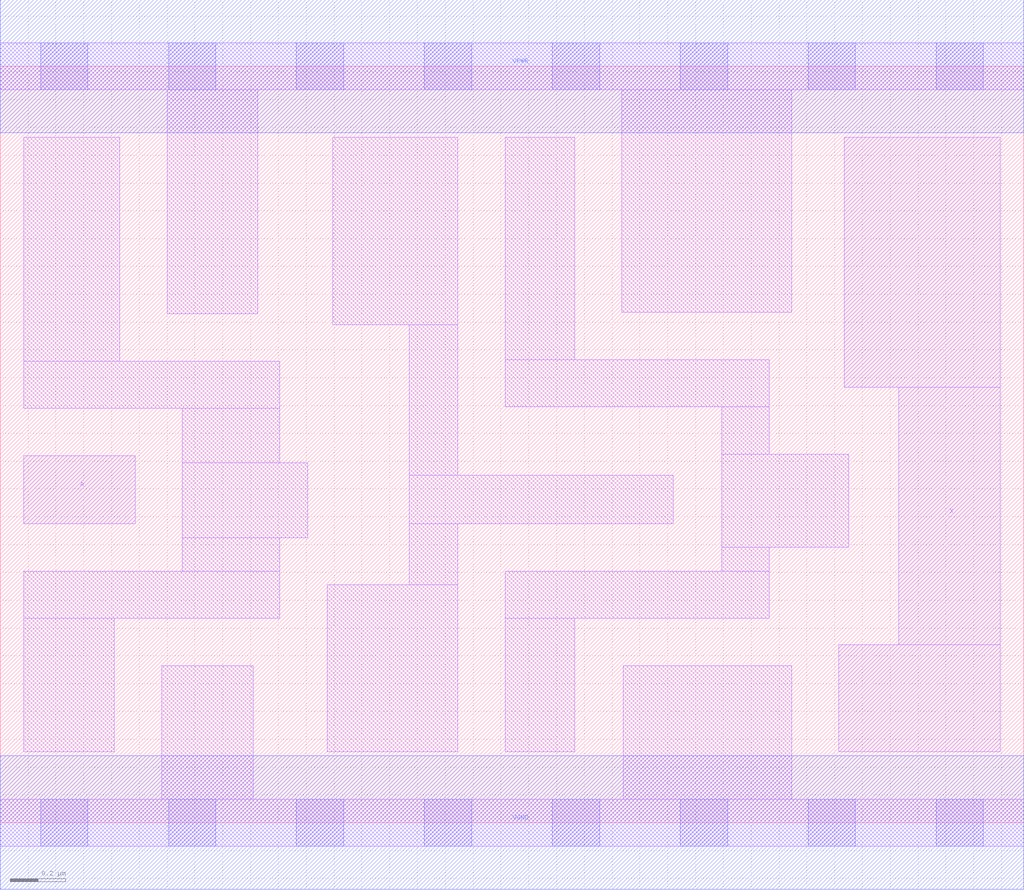
<source format=lef>
# Copyright 2020 The SkyWater PDK Authors
#
# Licensed under the Apache License, Version 2.0 (the "License");
# you may not use this file except in compliance with the License.
# You may obtain a copy of the License at
#
#     https://www.apache.org/licenses/LICENSE-2.0
#
# Unless required by applicable law or agreed to in writing, software
# distributed under the License is distributed on an "AS IS" BASIS,
# WITHOUT WARRANTIES OR CONDITIONS OF ANY KIND, either express or implied.
# See the License for the specific language governing permissions and
# limitations under the License.
#
# SPDX-License-Identifier: Apache-2.0

VERSION 5.7 ;
  NAMESCASESENSITIVE ON ;
  NOWIREEXTENSIONATPIN ON ;
  DIVIDERCHAR "/" ;
  BUSBITCHARS "[]" ;
UNITS
  DATABASE MICRONS 200 ;
END UNITS
MACRO sky130_fd_sc_hd__clkdlybuf4s25_1
  CLASS CORE ;
  FOREIGN sky130_fd_sc_hd__clkdlybuf4s25_1 ;
  ORIGIN  0.000000  0.000000 ;
  SIZE  3.680000 BY  2.720000 ;
  SYMMETRY X Y R90 ;
  SITE unithd ;
  PIN A
    ANTENNAGATEAREA  0.213000 ;
    DIRECTION INPUT ;
    USE SIGNAL ;
    PORT
      LAYER li1 ;
        RECT 0.085000 1.075000 0.485000 1.320000 ;
    END
  END A
  PIN X
    ANTENNADIFFAREA  0.702900 ;
    DIRECTION OUTPUT ;
    USE SIGNAL ;
    PORT
      LAYER li1 ;
        RECT 3.015000 0.255000 3.595000 0.640000 ;
        RECT 3.035000 1.565000 3.595000 2.465000 ;
        RECT 3.230000 0.640000 3.595000 1.565000 ;
    END
  END X
  PIN VGND
    DIRECTION INOUT ;
    SHAPE ABUTMENT ;
    USE GROUND ;
    PORT
      LAYER met1 ;
        RECT 0.000000 -0.240000 3.680000 0.240000 ;
    END
  END VGND
  PIN VPWR
    DIRECTION INOUT ;
    SHAPE ABUTMENT ;
    USE POWER ;
    PORT
      LAYER met1 ;
        RECT 0.000000 2.480000 3.680000 2.960000 ;
    END
  END VPWR
  OBS
    LAYER li1 ;
      RECT 0.000000 -0.085000 3.680000 0.085000 ;
      RECT 0.000000  2.635000 3.680000 2.805000 ;
      RECT 0.085000  0.255000 0.410000 0.735000 ;
      RECT 0.085000  0.735000 1.005000 0.905000 ;
      RECT 0.085000  1.490000 1.005000 1.660000 ;
      RECT 0.085000  1.660000 0.430000 2.465000 ;
      RECT 0.580000  0.085000 0.910000 0.565000 ;
      RECT 0.600000  1.830000 0.925000 2.635000 ;
      RECT 0.655000  0.905000 1.005000 1.025000 ;
      RECT 0.655000  1.025000 1.105000 1.295000 ;
      RECT 0.655000  1.295000 1.005000 1.490000 ;
      RECT 1.175000  0.255000 1.645000 0.855000 ;
      RECT 1.195000  1.790000 1.645000 2.465000 ;
      RECT 1.470000  0.855000 1.645000 1.075000 ;
      RECT 1.470000  1.075000 2.420000 1.250000 ;
      RECT 1.470000  1.250000 1.645000 1.790000 ;
      RECT 1.815000  0.255000 2.065000 0.735000 ;
      RECT 1.815000  0.735000 2.765000 0.905000 ;
      RECT 1.815000  1.495000 2.765000 1.665000 ;
      RECT 1.815000  1.665000 2.065000 2.465000 ;
      RECT 2.235000  1.835000 2.845000 2.635000 ;
      RECT 2.240000  0.085000 2.845000 0.565000 ;
      RECT 2.595000  0.905000 2.765000 0.990000 ;
      RECT 2.595000  0.990000 3.050000 1.325000 ;
      RECT 2.595000  1.325000 2.765000 1.495000 ;
    LAYER mcon ;
      RECT 0.145000 -0.085000 0.315000 0.085000 ;
      RECT 0.145000  2.635000 0.315000 2.805000 ;
      RECT 0.605000 -0.085000 0.775000 0.085000 ;
      RECT 0.605000  2.635000 0.775000 2.805000 ;
      RECT 1.065000 -0.085000 1.235000 0.085000 ;
      RECT 1.065000  2.635000 1.235000 2.805000 ;
      RECT 1.525000 -0.085000 1.695000 0.085000 ;
      RECT 1.525000  2.635000 1.695000 2.805000 ;
      RECT 1.985000 -0.085000 2.155000 0.085000 ;
      RECT 1.985000  2.635000 2.155000 2.805000 ;
      RECT 2.445000 -0.085000 2.615000 0.085000 ;
      RECT 2.445000  2.635000 2.615000 2.805000 ;
      RECT 2.905000 -0.085000 3.075000 0.085000 ;
      RECT 2.905000  2.635000 3.075000 2.805000 ;
      RECT 3.365000 -0.085000 3.535000 0.085000 ;
      RECT 3.365000  2.635000 3.535000 2.805000 ;
  END
END sky130_fd_sc_hd__clkdlybuf4s25_1
END LIBRARY

</source>
